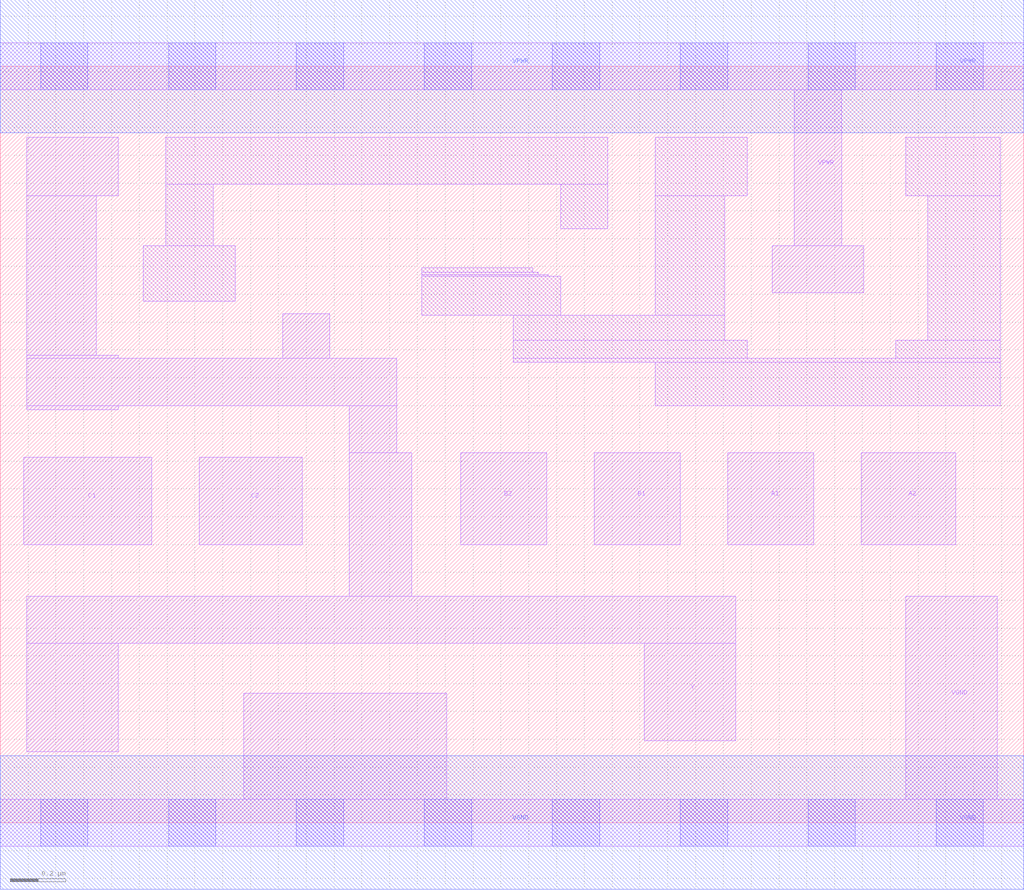
<source format=lef>
# Copyright 2020 The SkyWater PDK Authors
#
# Licensed under the Apache License, Version 2.0 (the "License");
# you may not use this file except in compliance with the License.
# You may obtain a copy of the License at
#
#     https://www.apache.org/licenses/LICENSE-2.0
#
# Unless required by applicable law or agreed to in writing, software
# distributed under the License is distributed on an "AS IS" BASIS,
# WITHOUT WARRANTIES OR CONDITIONS OF ANY KIND, either express or implied.
# See the License for the specific language governing permissions and
# limitations under the License.
#
# SPDX-License-Identifier: Apache-2.0

VERSION 5.7 ;
  NAMESCASESENSITIVE ON ;
  NOWIREEXTENSIONATPIN ON ;
  DIVIDERCHAR "/" ;
  BUSBITCHARS "[]" ;
UNITS
  DATABASE MICRONS 200 ;
END UNITS
MACRO sky130_fd_sc_hd__a222oi_1
  CLASS CORE ;
  SOURCE USER ;
  FOREIGN sky130_fd_sc_hd__a222oi_1 ;
  ORIGIN  0.000000  0.000000 ;
  SIZE  3.680000 BY  2.720000 ;
  SYMMETRY X Y R90 ;
  SITE unithd ;
  PIN A1
    ANTENNAGATEAREA  0.246000 ;
    DIRECTION INPUT ;
    USE SIGNAL ;
    PORT
      LAYER li1 ;
        RECT 2.615000 1.000000 2.925000 1.330000 ;
    END
  END A1
  PIN A2
    ANTENNAGATEAREA  0.246000 ;
    DIRECTION INPUT ;
    USE SIGNAL ;
    PORT
      LAYER li1 ;
        RECT 3.095000 1.000000 3.435000 1.330000 ;
    END
  END A2
  PIN B1
    ANTENNAGATEAREA  0.246000 ;
    DIRECTION INPUT ;
    USE SIGNAL ;
    PORT
      LAYER li1 ;
        RECT 2.135000 1.000000 2.445000 1.330000 ;
    END
  END B1
  PIN B2
    ANTENNAGATEAREA  0.246000 ;
    DIRECTION INPUT ;
    USE SIGNAL ;
    PORT
      LAYER li1 ;
        RECT 1.655000 1.000000 1.965000 1.330000 ;
    END
  END B2
  PIN C1
    ANTENNAGATEAREA  0.246000 ;
    DIRECTION INPUT ;
    USE SIGNAL ;
    PORT
      LAYER li1 ;
        RECT 0.085000 1.000000 0.545000 1.315000 ;
    END
  END C1
  PIN C2
    ANTENNAGATEAREA  0.246000 ;
    DIRECTION INPUT ;
    USE SIGNAL ;
    PORT
      LAYER li1 ;
        RECT 0.715000 1.000000 1.085000 1.315000 ;
    END
  END C2
  PIN Y
    ANTENNADIFFAREA  0.897600 ;
    DIRECTION OUTPUT ;
    USE SIGNAL ;
    PORT
      LAYER li1 ;
        RECT 0.095000 0.255000 0.425000 0.645000 ;
        RECT 0.095000 0.645000 2.645000 0.815000 ;
        RECT 0.095000 1.485000 0.425000 1.500000 ;
        RECT 0.095000 1.500000 1.425000 1.670000 ;
        RECT 0.095000 1.670000 0.425000 1.680000 ;
        RECT 0.095000 1.680000 0.345000 2.255000 ;
        RECT 0.095000 2.255000 0.425000 2.465000 ;
        RECT 1.015000 1.670000 1.185000 1.830000 ;
        RECT 1.255000 0.815000 1.480000 1.330000 ;
        RECT 1.255000 1.330000 1.425000 1.500000 ;
        RECT 2.315000 0.295000 2.645000 0.645000 ;
    END
  END Y
  PIN VGND
    DIRECTION INOUT ;
    SHAPE ABUTMENT ;
    USE GROUND ;
    PORT
      LAYER li1 ;
        RECT 0.000000 -0.085000 3.680000 0.085000 ;
        RECT 0.875000  0.085000 1.605000 0.465000 ;
        RECT 3.255000  0.085000 3.585000 0.815000 ;
      LAYER mcon ;
        RECT 0.145000 -0.085000 0.315000 0.085000 ;
        RECT 0.605000 -0.085000 0.775000 0.085000 ;
        RECT 1.065000 -0.085000 1.235000 0.085000 ;
        RECT 1.525000 -0.085000 1.695000 0.085000 ;
        RECT 1.985000 -0.085000 2.155000 0.085000 ;
        RECT 2.445000 -0.085000 2.615000 0.085000 ;
        RECT 2.905000 -0.085000 3.075000 0.085000 ;
        RECT 3.365000 -0.085000 3.535000 0.085000 ;
      LAYER met1 ;
        RECT 0.000000 -0.240000 3.680000 0.240000 ;
    END
  END VGND
  PIN VPWR
    DIRECTION INOUT ;
    SHAPE ABUTMENT ;
    USE POWER ;
    PORT
      LAYER li1 ;
        RECT 0.000000 2.635000 3.680000 2.805000 ;
        RECT 2.775000 1.905000 3.105000 2.075000 ;
        RECT 2.855000 2.075000 3.025000 2.635000 ;
      LAYER mcon ;
        RECT 0.145000 2.635000 0.315000 2.805000 ;
        RECT 0.605000 2.635000 0.775000 2.805000 ;
        RECT 1.065000 2.635000 1.235000 2.805000 ;
        RECT 1.525000 2.635000 1.695000 2.805000 ;
        RECT 1.985000 2.635000 2.155000 2.805000 ;
        RECT 2.445000 2.635000 2.615000 2.805000 ;
        RECT 2.905000 2.635000 3.075000 2.805000 ;
        RECT 3.365000 2.635000 3.535000 2.805000 ;
      LAYER met1 ;
        RECT 0.000000 2.480000 3.680000 2.960000 ;
    END
  END VPWR
  OBS
    LAYER li1 ;
      RECT 0.515000 1.875000 0.845000 2.075000 ;
      RECT 0.595000 2.075000 0.765000 2.295000 ;
      RECT 0.595000 2.295000 2.185000 2.465000 ;
      RECT 1.515000 1.825000 2.015000 1.965000 ;
      RECT 1.515000 1.965000 1.970000 1.970000 ;
      RECT 1.515000 1.970000 1.935000 1.980000 ;
      RECT 1.515000 1.980000 1.915000 1.995000 ;
      RECT 1.845000 1.655000 3.595000 1.670000 ;
      RECT 1.845000 1.670000 2.685000 1.735000 ;
      RECT 1.845000 1.735000 2.605000 1.825000 ;
      RECT 2.015000 2.135000 2.185000 2.295000 ;
      RECT 2.355000 1.500000 3.595000 1.655000 ;
      RECT 2.355000 1.825000 2.605000 2.255000 ;
      RECT 2.355000 2.255000 2.685000 2.465000 ;
      RECT 3.220000 1.670000 3.595000 1.735000 ;
      RECT 3.255000 2.255000 3.595000 2.465000 ;
      RECT 3.335000 1.735000 3.595000 2.255000 ;
  END
END sky130_fd_sc_hd__a222oi_1
END LIBRARY

</source>
